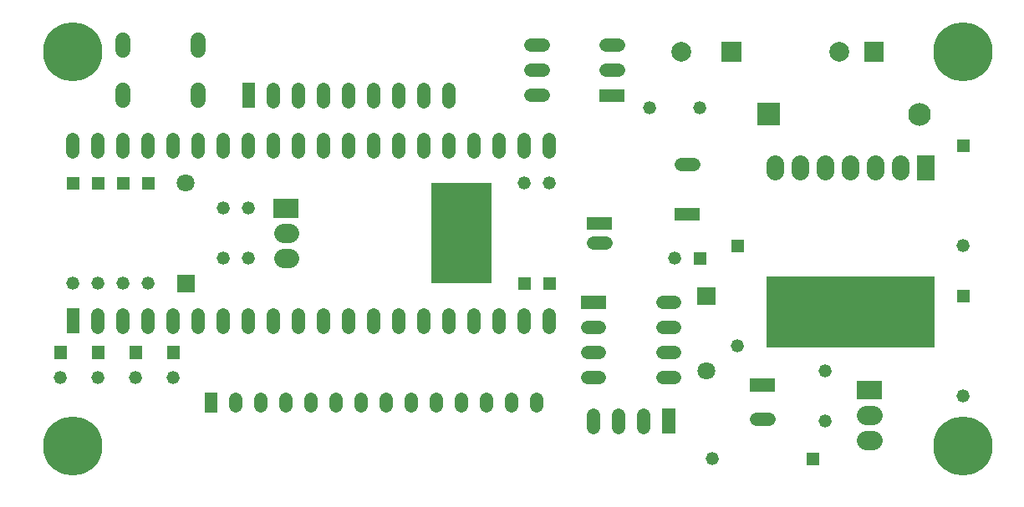
<source format=gbs>
%FSLAX24Y24*%
%MOIN*%
%ADD10C,0.0520*%
%ADD11C,0.0600*%
%ADD12C,0.0700*%
%ADD13C,0.0709*%
%ADD14C,0.0750*%
%ADD15C,0.0787*%
%ADD16C,0.0906*%
%ADD17C,0.2362*%
D10*
G01X25000Y15500D03*
X27000Y15500D03*
X20000Y12500D03*
X21000Y12500D03*
X37500Y10000D03*
X37500Y4000D03*
X26000Y9500D03*
X32000Y5000D03*
X32000Y3000D03*
X1500Y4749D03*
X6000Y4749D03*
X4500Y4749D03*
X3000Y4749D03*
X1999Y8499D03*
X2999Y8499D03*
X4000Y8499D03*
X5000Y8499D03*
X9000Y9500D03*
X9000Y11500D03*
X8000Y9500D03*
X8000Y11500D03*
X28500Y6000D03*
X27500Y1500D03*
X29740Y3061D02*
X29260Y3061D01*
X26260Y13234D02*
X26740Y13234D01*
X25510Y5750D02*
X25989Y5750D01*
X22510Y6750D02*
X22990Y6750D01*
X25510Y7750D02*
X25989Y7750D01*
X25510Y4750D02*
X25989Y4750D01*
X25510Y6750D02*
X25989Y6750D01*
X22510Y5750D02*
X22990Y5750D01*
X22510Y4750D02*
X22990Y4750D01*
X8000Y13760D02*
X8000Y14239D01*
X13000Y13760D02*
X13000Y14239D01*
X20000Y13760D02*
X20000Y14239D01*
X2000Y13760D02*
X2000Y14239D01*
X8000Y6759D02*
X8000Y7240D01*
X12000Y13760D02*
X12000Y14239D01*
X16000Y6759D02*
X16000Y7240D01*
X5000Y13760D02*
X5000Y14239D01*
X10000Y13760D02*
X10000Y14239D01*
X18000Y13760D02*
X18000Y14239D01*
X17000Y6759D02*
X17000Y7240D01*
X3000Y6759D02*
X3000Y7240D01*
X4000Y13760D02*
X4000Y14239D01*
X15000Y6759D02*
X15000Y7240D01*
X17000Y13760D02*
X17000Y14239D01*
X6000Y6759D02*
X6000Y7240D01*
X9000Y6759D02*
X9000Y7240D01*
X19000Y6759D02*
X19000Y7240D01*
X11000Y6759D02*
X11000Y7240D01*
X16000Y13760D02*
X16000Y14239D01*
X6000Y13760D02*
X6000Y14239D01*
X13000Y6759D02*
X13000Y7240D01*
X21000Y13760D02*
X21000Y14239D01*
X15000Y13760D02*
X15000Y14239D01*
X10000Y6759D02*
X10000Y7240D01*
X3000Y13760D02*
X3000Y14239D01*
X5000Y6759D02*
X5000Y7240D01*
X18000Y6759D02*
X18000Y7240D01*
X7000Y6759D02*
X7000Y7240D01*
X14000Y6759D02*
X14000Y7240D01*
X20000Y6759D02*
X20000Y7240D01*
X12000Y6759D02*
X12000Y7240D01*
X11000Y13760D02*
X11000Y14239D01*
X4000Y6759D02*
X4000Y7240D01*
X7000Y13760D02*
X7000Y14239D01*
X14000Y13760D02*
X14000Y14239D01*
X9000Y13760D02*
X9000Y14239D01*
X21000Y6759D02*
X21000Y7240D01*
X19000Y13760D02*
X19000Y14239D01*
X22749Y3240D02*
X22749Y2760D01*
X24750Y3240D02*
X24750Y2760D01*
X23750Y3240D02*
X23750Y2760D01*
X17000Y15760D02*
X17000Y16240D01*
X13000Y15760D02*
X13000Y16240D01*
X16000Y15760D02*
X16000Y16240D01*
X10000Y15760D02*
X10000Y16240D01*
X12000Y15760D02*
X12000Y16240D01*
X14000Y15760D02*
X14000Y16240D01*
X15000Y15760D02*
X15000Y16240D01*
X10999Y15760D02*
X10999Y16240D01*
X23740Y17000D02*
X23260Y17000D01*
X20740Y17000D02*
X20260Y17000D01*
X20740Y18000D02*
X20260Y18000D01*
X20740Y16000D02*
X20260Y16000D01*
X23740Y18000D02*
X23260Y18000D01*
X13499Y3610D02*
X13499Y3890D01*
X14500Y3610D02*
X14500Y3890D01*
X12500Y3610D02*
X12500Y3890D01*
X8500Y3610D02*
X8500Y3890D01*
X10500Y3610D02*
X10500Y3890D01*
X16500Y3610D02*
X16500Y3890D01*
X11500Y3610D02*
X11500Y3890D01*
X17500Y3610D02*
X17500Y3890D01*
X19499Y3610D02*
X19499Y3890D01*
X9500Y3610D02*
X9500Y3890D01*
X20500Y3610D02*
X20500Y3890D01*
X15500Y3610D02*
X15500Y3890D01*
X18500Y3610D02*
X18500Y3890D01*
X23239Y10106D02*
X22759Y10106D01*
D11*
G01X3999Y18200D02*
X3999Y17800D01*
X3999Y16200D02*
X3999Y15800D01*
X6999Y16200D02*
X6999Y15800D01*
X6999Y18200D02*
X6999Y17800D01*
D12*
G01X32000Y13275D02*
X32000Y12975D01*
X31000Y13275D02*
X31000Y12975D01*
X30000Y13275D02*
X30000Y12975D01*
X35000Y13275D02*
X35000Y12975D01*
X33000Y13275D02*
X33000Y12975D01*
X34000Y13275D02*
X34000Y12975D01*
D13*
G01X6500Y12512D03*
X27250Y4999D03*
D14*
G01X33625Y2249D02*
X33875Y2249D01*
X33625Y3249D02*
X33875Y3249D01*
X10375Y10500D02*
X10625Y10500D01*
X10375Y9500D02*
X10625Y9500D01*
D15*
G01X26250Y17750D03*
X32561Y17750D03*
D16*
G01X35750Y15250D03*
D17*
G01X2000Y2000D03*
X2000Y17750D03*
X37500Y17750D03*
X37500Y2000D03*
G36*
X29000Y4698D02*G01*
X28999Y4178D01*X30000Y4178D01*X30000Y4698D01*G37*
G36*
X27000Y11525D02*G01*
X26000Y11525D01*X26000Y11005D01*X27000Y11005D01*G37*
G36*
X27856Y17356D02*G01*
X28643Y17356D01*X28643Y18143D01*X27856Y18143D01*G37*
G36*
X35650Y12625D02*G01*
X36350Y12625D01*X36350Y13625D01*X35650Y13625D01*G37*
G36*
X29653Y5957D02*G01*
X36346Y5957D01*X36346Y8792D01*X29653Y8792D01*G37*
G36*
X19739Y8760D02*G01*
X19739Y8240D01*X20259Y8240D01*X20259Y8760D01*G37*
G36*
X20739Y8760D02*G01*
X20739Y8240D01*X21259Y8240D01*X21259Y8760D01*G37*
G36*
X23249Y7490D02*G01*
X23249Y8010D01*X22250Y8010D01*X22250Y7490D01*G37*
G36*
X37760Y13740D02*G01*
X37760Y14260D01*X37240Y14260D01*X37240Y13740D01*G37*
G36*
X37760Y7740D02*G01*
X37760Y8260D01*X37240Y8260D01*X37240Y7740D01*G37*
G36*
X26740Y9240D02*G01*
X27260Y9240D01*X27260Y9760D01*X26740Y9760D01*G37*
G36*
X2260Y7500D02*G01*
X1740Y7500D01*X1740Y6500D01*X2260Y6500D01*G37*
G36*
X25490Y2500D02*G01*
X26010Y2500D01*X26010Y3500D01*X25490Y3500D01*G37*
G36*
X34250Y3874D02*G01*
X34250Y4625D01*X33250Y4625D01*X33250Y3875D01*G37*
G36*
X30202Y15702D02*G01*
X29297Y15702D01*X29297Y14797D01*X30202Y14797D01*G37*
G36*
X6145Y8841D02*G01*
X6145Y8133D01*X6854Y8133D01*X6854Y8841D01*G37*
G36*
X1760Y5489D02*G01*
X1760Y6009D01*X1240Y6009D01*X1240Y5489D01*G37*
G36*
X6260Y5489D02*G01*
X6260Y6009D01*X5740Y6009D01*X5740Y5489D01*G37*
G36*
X4760Y5489D02*G01*
X4760Y6009D01*X4240Y6009D01*X4240Y5489D01*G37*
G36*
X3260Y5489D02*G01*
X3260Y6009D01*X2740Y6009D01*X2740Y5489D01*G37*
G36*
X2260Y12239D02*G01*
X2260Y12759D01*X1740Y12759D01*X1740Y12239D01*G37*
G36*
X3260Y12239D02*G01*
X3260Y12759D01*X2740Y12759D01*X2740Y12239D01*G37*
G36*
X4260Y12239D02*G01*
X4260Y12759D01*X3740Y12759D01*X3740Y12239D01*G37*
G36*
X5260Y12239D02*G01*
X5260Y12759D01*X4740Y12759D01*X4740Y12239D01*G37*
G36*
X9260Y16500D02*G01*
X8740Y16500D01*X8740Y15500D01*X9260Y15500D01*G37*
G36*
X23000Y16260D02*G01*
X23000Y15740D01*X24000Y15740D01*X24000Y16260D01*G37*
G36*
X33545Y17356D02*G01*
X34332Y17356D01*X34332Y18143D01*X33545Y18143D01*G37*
G36*
X18699Y8499D02*G01*
X18700Y12499D01*X16300Y12500D01*X16300Y8499D01*G37*
G36*
X11000Y11125D02*G01*
X11000Y11875D01*X10000Y11875D01*X10000Y11125D01*G37*
G36*
X7760Y4150D02*G01*
X7240Y4150D01*X7240Y3350D01*X7760Y3350D01*G37*
G36*
X22499Y11153D02*G01*
X22499Y10633D01*X23500Y10633D01*X23500Y11153D01*G37*
G36*
X28760Y9740D02*G01*
X28760Y10260D01*X28240Y10260D01*X28240Y9740D01*G37*
G36*
X27604Y7645D02*G01*
X27604Y8354D01*X26895Y8354D01*X26895Y7645D01*G37*
G36*
X31240Y1240D02*G01*
X31760Y1240D01*X31760Y1760D01*X31240Y1760D01*G37*
M02*

</source>
